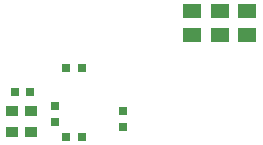
<source format=gbp>
G04 Layer_Color=128*
%FSLAX44Y44*%
%MOMM*%
G71*
G01*
G75*
%ADD10R,0.7500X0.8000*%
%ADD11R,0.8000X0.7500*%
%ADD19R,1.0000X0.9500*%
%ADD20R,1.6002X1.2700*%
D10*
X-65950Y5900D02*
D03*
X-79450D02*
D03*
X-65750Y64000D02*
D03*
X-79250D02*
D03*
X-109500Y44000D02*
D03*
X-123000D02*
D03*
D11*
X-89000Y31750D02*
D03*
Y18250D02*
D03*
X-31000Y27500D02*
D03*
Y14000D02*
D03*
D19*
X-125000Y10000D02*
D03*
X-109000D02*
D03*
X-109000Y28000D02*
D03*
X-125000D02*
D03*
D20*
X74040Y92350D02*
D03*
Y112670D02*
D03*
X51330Y112690D02*
D03*
Y92370D02*
D03*
X27250Y112360D02*
D03*
Y92040D02*
D03*
M02*

</source>
